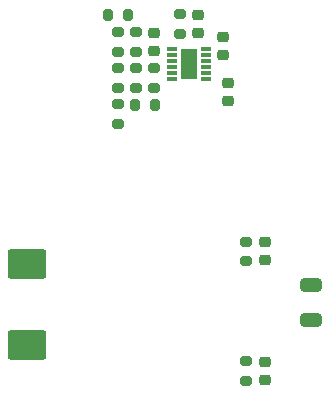
<source format=gbr>
%TF.GenerationSoftware,KiCad,Pcbnew,8.99.0-2194-gb3b7cbcab2*%
%TF.CreationDate,2024-10-21T15:03:13-04:00*%
%TF.ProjectId,shield,73686965-6c64-42e6-9b69-6361645f7063,V1.0*%
%TF.SameCoordinates,Original*%
%TF.FileFunction,Paste,Top*%
%TF.FilePolarity,Positive*%
%FSLAX46Y46*%
G04 Gerber Fmt 4.6, Leading zero omitted, Abs format (unit mm)*
G04 Created by KiCad (PCBNEW 8.99.0-2194-gb3b7cbcab2) date 2024-10-21 15:03:13*
%MOMM*%
%LPD*%
G01*
G04 APERTURE LIST*
G04 Aperture macros list*
%AMRoundRect*
0 Rectangle with rounded corners*
0 $1 Rounding radius*
0 $2 $3 $4 $5 $6 $7 $8 $9 X,Y pos of 4 corners*
0 Add a 4 corners polygon primitive as box body*
4,1,4,$2,$3,$4,$5,$6,$7,$8,$9,$2,$3,0*
0 Add four circle primitives for the rounded corners*
1,1,$1+$1,$2,$3*
1,1,$1+$1,$4,$5*
1,1,$1+$1,$6,$7*
1,1,$1+$1,$8,$9*
0 Add four rect primitives between the rounded corners*
20,1,$1+$1,$2,$3,$4,$5,0*
20,1,$1+$1,$4,$5,$6,$7,0*
20,1,$1+$1,$6,$7,$8,$9,0*
20,1,$1+$1,$8,$9,$2,$3,0*%
G04 Aperture macros list end*
%ADD10RoundRect,0.225000X0.250000X-0.225000X0.250000X0.225000X-0.250000X0.225000X-0.250000X-0.225000X0*%
%ADD11RoundRect,0.250000X-0.650000X0.325000X-0.650000X-0.325000X0.650000X-0.325000X0.650000X0.325000X0*%
%ADD12RoundRect,0.250000X1.400000X1.000000X-1.400000X1.000000X-1.400000X-1.000000X1.400000X-1.000000X0*%
%ADD13RoundRect,0.200000X-0.275000X0.200000X-0.275000X-0.200000X0.275000X-0.200000X0.275000X0.200000X0*%
%ADD14RoundRect,0.200000X0.200000X0.275000X-0.200000X0.275000X-0.200000X-0.275000X0.200000X-0.275000X0*%
%ADD15R,0.900000X0.300000*%
%ADD16R,1.400000X2.600000*%
%ADD17RoundRect,0.225000X-0.250000X0.225000X-0.250000X-0.225000X0.250000X-0.225000X0.250000X0.225000X0*%
%ADD18RoundRect,0.218750X0.256250X-0.218750X0.256250X0.218750X-0.256250X0.218750X-0.256250X-0.218750X0*%
%ADD19RoundRect,0.200000X0.275000X-0.200000X0.275000X0.200000X-0.275000X0.200000X-0.275000X-0.200000X0*%
%ADD20RoundRect,0.218750X-0.256250X0.218750X-0.256250X-0.218750X0.256250X-0.218750X0.256250X0.218750X0*%
G04 APERTURE END LIST*
D10*
%TO.C,C3*%
X157188085Y-122225283D03*
X157188085Y-120675283D03*
%TD*%
D11*
%TO.C,C5*%
X161148085Y-114165283D03*
X161148085Y-117115283D03*
%TD*%
D12*
%TO.C,D1*%
X137098085Y-119210283D03*
X137098085Y-112410283D03*
%TD*%
D13*
%TO.C,R7*%
X147816085Y-95790283D03*
X147816085Y-97440283D03*
%TD*%
D14*
%TO.C,R6*%
X145608085Y-91290283D03*
X143958085Y-91290283D03*
%TD*%
D15*
%TO.C,U1*%
X149322085Y-94216283D03*
X149322085Y-94716283D03*
X149322085Y-95216283D03*
X149322085Y-95716283D03*
X149322085Y-96216283D03*
X149322085Y-96716283D03*
X152222085Y-96716283D03*
X152222085Y-96216283D03*
X152222085Y-95716283D03*
X152222085Y-95216283D03*
X152222085Y-94716283D03*
X152222085Y-94216283D03*
D16*
X150772085Y-95466283D03*
%TD*%
D17*
%TO.C,C4*%
X154048085Y-97045283D03*
X154048085Y-98595283D03*
%TD*%
D13*
%TO.C,R11*%
X150028085Y-91245283D03*
X150028085Y-92895283D03*
%TD*%
D10*
%TO.C,C1*%
X147826085Y-94365283D03*
X147826085Y-92815283D03*
%TD*%
D14*
%TO.C,R8*%
X147886085Y-98885283D03*
X146236085Y-98885283D03*
%TD*%
D13*
%TO.C,R1*%
X146296085Y-92750283D03*
X146296085Y-94400283D03*
%TD*%
D18*
%TO.C,D3*%
X151568085Y-92837783D03*
X151568085Y-91262783D03*
%TD*%
D13*
%TO.C,R9*%
X146286085Y-95790283D03*
X146286085Y-97440283D03*
%TD*%
%TO.C,R2*%
X144758085Y-95825283D03*
X144758085Y-97475283D03*
%TD*%
D17*
%TO.C,C2*%
X153686085Y-93135283D03*
X153686085Y-94685283D03*
%TD*%
D19*
%TO.C,R4*%
X155638085Y-122265283D03*
X155638085Y-120615283D03*
%TD*%
D13*
%TO.C,R5*%
X144758085Y-92760283D03*
X144758085Y-94410283D03*
%TD*%
%TO.C,R3*%
X144748085Y-98860283D03*
X144748085Y-100510283D03*
%TD*%
D20*
%TO.C,D2*%
X157208085Y-110500283D03*
X157208085Y-112075283D03*
%TD*%
D19*
%TO.C,R10*%
X155648085Y-112135283D03*
X155648085Y-110485283D03*
%TD*%
M02*

</source>
